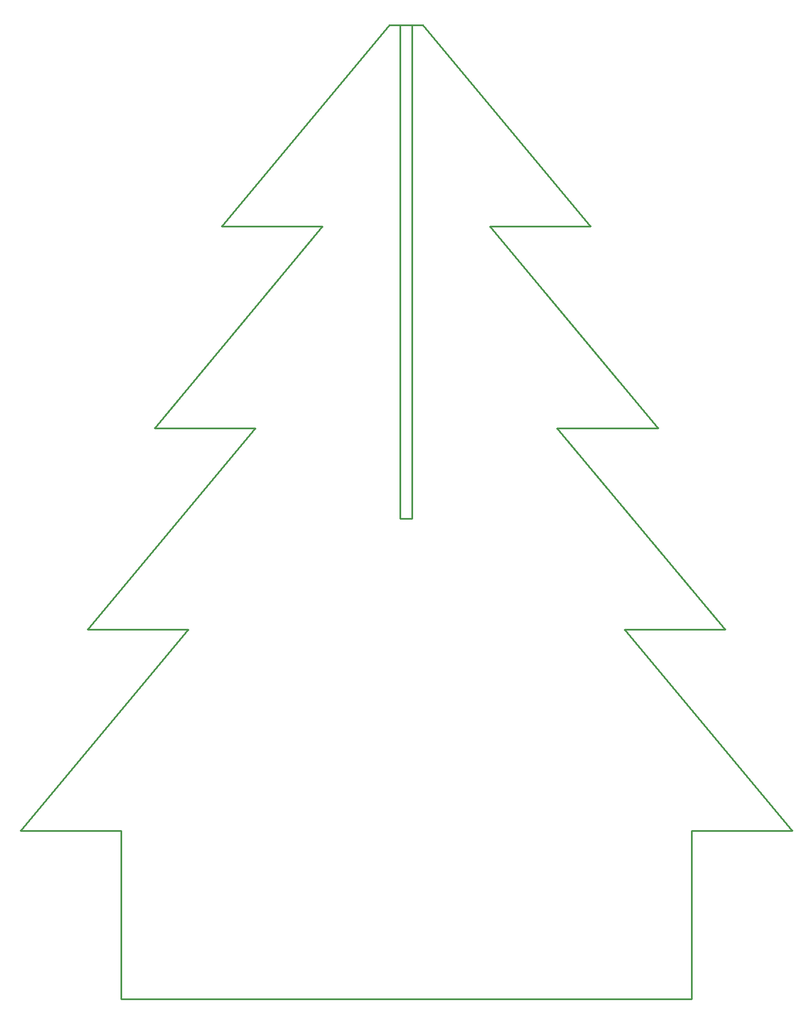
<source format=gbr>
G04 EAGLE Gerber RS-274X export*
G75*
%MOMM*%
%FSLAX34Y34*%
%LPD*%
%IN*%
%IPPOS*%
%AMOC8*
5,1,8,0,0,1.08239X$1,22.5*%
G01*
%ADD10C,0.254000*%


D10*
X-150000Y250000D02*
X0Y250000D01*
X0Y0D01*
X850000Y0D01*
X850000Y250000D01*
X1000000Y250000D01*
X750000Y550000D01*
X900000Y550000D01*
X650000Y850000D01*
X800000Y850000D01*
X550000Y1150000D01*
X700000Y1150000D01*
X450000Y1450000D01*
X400000Y1450000D01*
X150000Y1150000D01*
X300000Y1150000D01*
X50000Y850000D01*
X200000Y850000D01*
X-50000Y550000D01*
X100000Y550000D01*
X-150000Y250000D01*
X416000Y715000D02*
X434000Y715000D01*
X434000Y1450000D01*
X416000Y1450000D01*
X416000Y715000D01*
M02*

</source>
